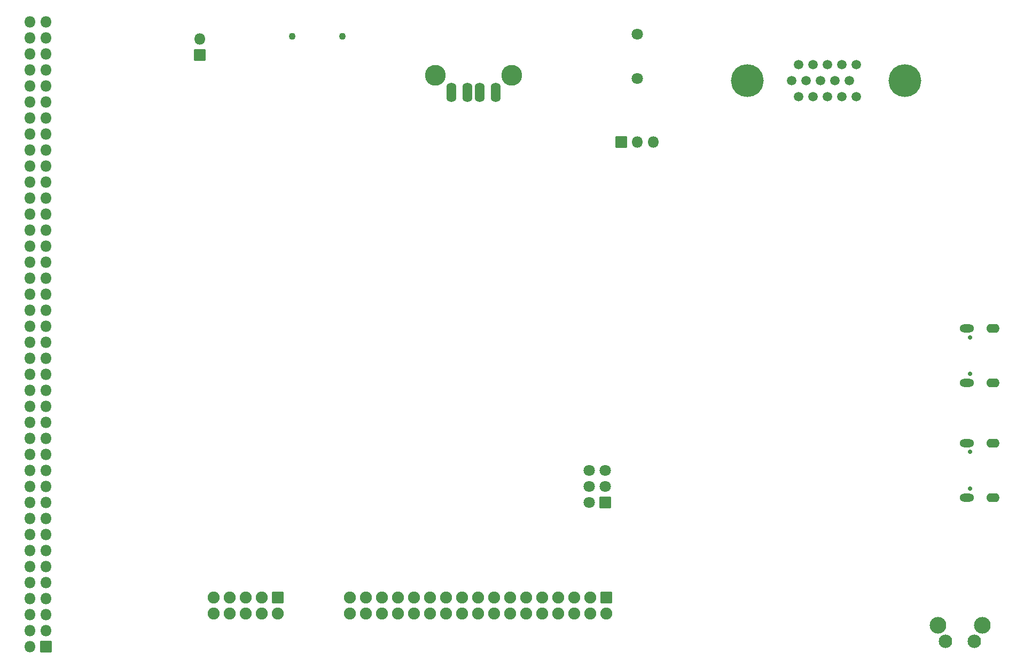
<source format=gbr>
%TF.GenerationSoftware,KiCad,Pcbnew,9.0.0*%
%TF.CreationDate,2025-05-18T10:37:10+02:00*%
%TF.ProjectId,HexAgon,48657841-676f-46e2-9e6b-696361645f70,rev?*%
%TF.SameCoordinates,Original*%
%TF.FileFunction,Soldermask,Bot*%
%TF.FilePolarity,Negative*%
%FSLAX46Y46*%
G04 Gerber Fmt 4.6, Leading zero omitted, Abs format (unit mm)*
G04 Created by KiCad (PCBNEW 9.0.0) date 2025-05-18 10:37:10*
%MOMM*%
%LPD*%
G01*
G04 APERTURE LIST*
G04 Aperture macros list*
%AMRoundRect*
0 Rectangle with rounded corners*
0 $1 Rounding radius*
0 $2 $3 $4 $5 $6 $7 $8 $9 X,Y pos of 4 corners*
0 Add a 4 corners polygon primitive as box body*
4,1,4,$2,$3,$4,$5,$6,$7,$8,$9,$2,$3,0*
0 Add four circle primitives for the rounded corners*
1,1,$1+$1,$2,$3*
1,1,$1+$1,$4,$5*
1,1,$1+$1,$6,$7*
1,1,$1+$1,$8,$9*
0 Add four rect primitives between the rounded corners*
20,1,$1+$1,$2,$3,$4,$5,0*
20,1,$1+$1,$4,$5,$6,$7,0*
20,1,$1+$1,$6,$7,$8,$9,0*
20,1,$1+$1,$8,$9,$2,$3,0*%
G04 Aperture macros list end*
%ADD10RoundRect,0.050800X0.850000X0.850000X-0.850000X0.850000X-0.850000X-0.850000X0.850000X-0.850000X0*%
%ADD11O,1.801600X1.801600*%
%ADD12C,0.701600*%
%ADD13O,2.301600X1.301600*%
%ADD14O,2.101600X1.401600*%
%ADD15RoundRect,0.050800X0.850000X-0.850000X0.850000X0.850000X-0.850000X0.850000X-0.850000X-0.850000X0*%
%ADD16C,1.801600*%
%ADD17C,2.641600*%
%ADD18C,2.133600*%
%ADD19RoundRect,0.050800X0.875000X0.875000X-0.875000X0.875000X-0.875000X-0.875000X0.875000X-0.875000X0*%
%ADD20C,1.901600*%
%ADD21O,1.601600X3.101600*%
%ADD22C,3.301600*%
%ADD23C,1.101600*%
%ADD24C,1.501600*%
%ADD25C,5.201600*%
G04 APERTURE END LIST*
D10*
%TO.C,J2*%
X86040000Y-144540000D03*
D11*
X83500000Y-144540000D03*
X86040000Y-142000000D03*
X83500000Y-142000000D03*
X86040000Y-139460000D03*
X83500000Y-139460000D03*
X86040000Y-136920000D03*
X83500000Y-136920000D03*
X86040000Y-134380000D03*
X83500000Y-134380000D03*
X86040000Y-131840000D03*
X83500000Y-131840000D03*
X86040000Y-129300000D03*
X83500000Y-129300000D03*
X86040000Y-126760000D03*
X83500000Y-126760000D03*
X86040000Y-124220000D03*
X83500000Y-124220000D03*
X86040000Y-121680000D03*
X83500000Y-121680000D03*
X86040000Y-119140000D03*
X83500000Y-119140000D03*
X86040000Y-116600000D03*
X83500000Y-116600000D03*
X86040000Y-114060000D03*
X83500000Y-114060000D03*
X86040000Y-111520000D03*
X83500000Y-111520000D03*
X86040000Y-108980000D03*
X83500000Y-108980000D03*
X86040000Y-106440000D03*
X83500000Y-106440000D03*
X86040000Y-103900000D03*
X83500000Y-103900000D03*
X86040000Y-101360000D03*
X83500000Y-101360000D03*
X86040000Y-98820000D03*
X83500000Y-98820000D03*
X86040000Y-96280000D03*
X83500000Y-96280000D03*
X86040000Y-93740000D03*
X83500000Y-93740000D03*
X86040000Y-91200000D03*
X83500000Y-91200000D03*
X86040000Y-88660000D03*
X83500000Y-88660000D03*
X86040000Y-86120000D03*
X83500000Y-86120000D03*
X86040000Y-83580000D03*
X83500000Y-83580000D03*
X86040000Y-81040000D03*
X83500000Y-81040000D03*
X86040000Y-78500000D03*
X83500000Y-78500000D03*
X86040000Y-75960000D03*
X83500000Y-75960000D03*
X86040000Y-73420000D03*
X83500000Y-73420000D03*
X86040000Y-70880000D03*
X83500000Y-70880000D03*
X86040000Y-68340000D03*
X83500000Y-68340000D03*
X86040000Y-65800000D03*
X83500000Y-65800000D03*
X86040000Y-63260000D03*
X83500000Y-63260000D03*
X86040000Y-60720000D03*
X83500000Y-60720000D03*
X86040000Y-58180000D03*
X83500000Y-58180000D03*
X86040000Y-55640000D03*
X83500000Y-55640000D03*
X86040000Y-53100000D03*
X83500000Y-53100000D03*
X86040000Y-50560000D03*
X83500000Y-50560000D03*
X86040000Y-48020000D03*
X83500000Y-48020000D03*
X86040000Y-45480000D03*
X83500000Y-45480000D03*
%TD*%
D12*
%TO.C,USBC_UART0*%
X232455312Y-95531038D03*
X232455312Y-101311038D03*
D13*
X231955312Y-94101038D03*
X231955312Y-102741038D03*
D14*
X236135312Y-94101038D03*
X236135312Y-102741038D03*
%TD*%
%TO.C,USBC_OTG0*%
X236135312Y-120920000D03*
X236135312Y-112280000D03*
D13*
X231955312Y-120920000D03*
X231955312Y-112280000D03*
D12*
X232455312Y-119490000D03*
X232455312Y-113710000D03*
%TD*%
D15*
%TO.C,ZDI1*%
X174670000Y-121740000D03*
D16*
X172130000Y-121740000D03*
X174670000Y-119200000D03*
X172130000Y-119200000D03*
X174670000Y-116660000D03*
X172130000Y-116660000D03*
%TD*%
D17*
%TO.C,BTN1*%
X227389600Y-141200000D03*
X234400000Y-141200000D03*
D18*
X228634200Y-143689200D03*
X233155400Y-143689200D03*
%TD*%
D15*
%TO.C,J1*%
X177175000Y-64600000D03*
D11*
X179715000Y-64600000D03*
X182255000Y-64600000D03*
%TD*%
D19*
%TO.C,GPIO1*%
X174830000Y-136807500D03*
D20*
X174830000Y-139347500D03*
X172290000Y-136807500D03*
X172290000Y-139347500D03*
X169750000Y-136807500D03*
X169750000Y-139347500D03*
X167210000Y-136807500D03*
X167210000Y-139347500D03*
X164670000Y-136807500D03*
X164670000Y-139347500D03*
X162130000Y-136807500D03*
X162130000Y-139347500D03*
X159590000Y-136807500D03*
X159590000Y-139347500D03*
X157050000Y-136807500D03*
X157050000Y-139347500D03*
X154510000Y-136807500D03*
X154510000Y-139347500D03*
X151970000Y-136807500D03*
X151970000Y-139347500D03*
X149430000Y-136807500D03*
X149430000Y-139347500D03*
X146890000Y-136807500D03*
X146890000Y-139347500D03*
X144350000Y-136807500D03*
X144350000Y-139347500D03*
X141810000Y-136807500D03*
X141810000Y-139347500D03*
X139270000Y-136807500D03*
X139270000Y-139347500D03*
X136730000Y-136807500D03*
X136730000Y-139347500D03*
X134190000Y-136807500D03*
X134190000Y-139347500D03*
%TD*%
D19*
%TO.C,UEXT1*%
X122760000Y-136780830D03*
D20*
X122760000Y-139320830D03*
X120220000Y-136780830D03*
X120220000Y-139320830D03*
X117680000Y-136780830D03*
X117680000Y-139320830D03*
X115140000Y-136780830D03*
X115140000Y-139320830D03*
X112600000Y-136780830D03*
X112600000Y-139320830D03*
%TD*%
D10*
%TO.C,BT1*%
X110400000Y-50775000D03*
D11*
X110400000Y-48235000D03*
%TD*%
D21*
%TO.C,USBA_KEYBOARD1*%
X157300000Y-56729000D03*
X154800000Y-56729000D03*
X152800000Y-56729000D03*
X150300000Y-56729000D03*
D22*
X159870000Y-54019000D03*
X147730000Y-54019000D03*
%TD*%
D23*
%TO.C,MICRO_SD1*%
X125007500Y-47767800D03*
X133008500Y-47767800D03*
%TD*%
D16*
%TO.C,X1*%
X179700000Y-47500000D03*
X179700000Y-54500000D03*
%TD*%
D24*
%TO.C,VGA1*%
X205348840Y-57350000D03*
X207634840Y-57350000D03*
X209920840Y-57350000D03*
X212206840Y-57350000D03*
X214492840Y-57350000D03*
X204205840Y-54810000D03*
X206491840Y-54810000D03*
X208777840Y-54810000D03*
X211063840Y-54810000D03*
X213349840Y-54810000D03*
X205348840Y-52270000D03*
X207634840Y-52270000D03*
X209920840Y-52270000D03*
X212206840Y-52270000D03*
X214492840Y-52270000D03*
D25*
X222174840Y-54810000D03*
X197180840Y-54810000D03*
%TD*%
M02*

</source>
